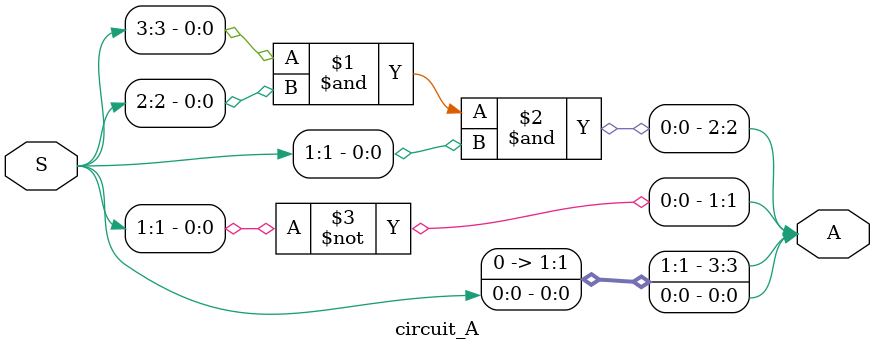
<source format=v>
module circuit_A(input [3:0]S, output [3:0]A);
	assign A[3] = 1'd0;
	assign A[2] = S[3] & S[2] & S[1];
	assign A[1] = ~S[1];
	assign A[0] = S[0];
endmodule

</source>
